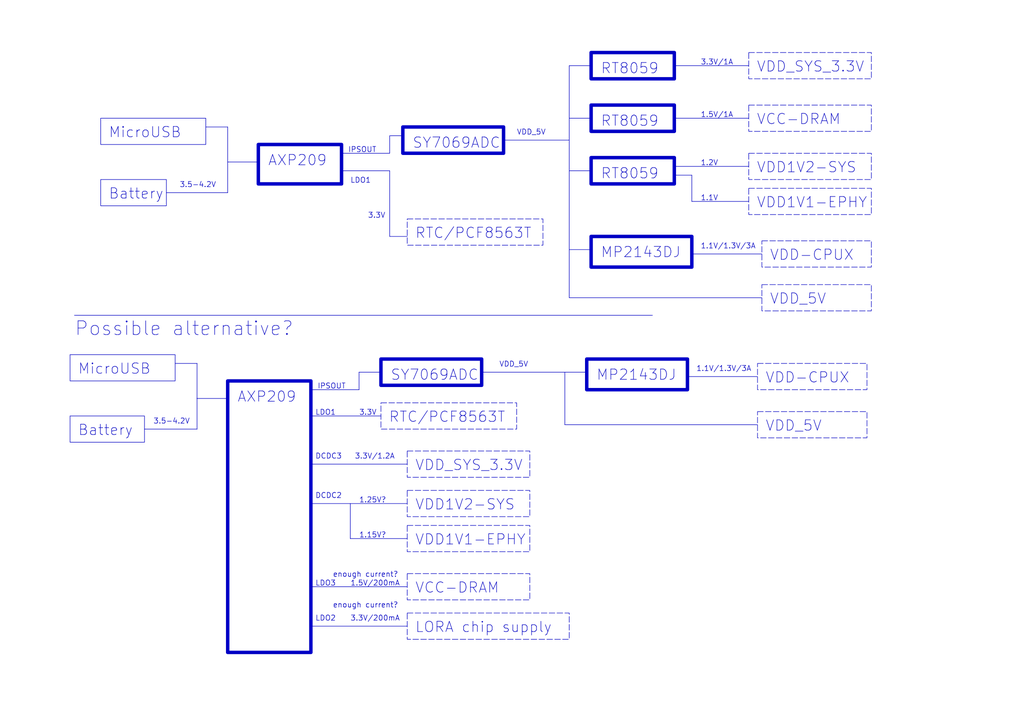
<source format=kicad_sch>
(kicad_sch (version 20230121) (generator eeschema)
  (paper "A4")
  (lib_symbols)
  (polyline (pts (xy 118.11 156.21) (xy 101.6 156.21)))
  (polyline (pts (xy 165.1 19.05) (xy 171.45 19.05)))
  (polyline (pts (xy 165.1 43.18) (xy 165.1 72.39)))
  (polyline (pts (xy 165.1 72.39) (xy 165.1 86.36)))
  (polyline (pts (xy 163.83 107.95) (xy 163.83 123.19)))
  (polyline (pts (xy 104.14 107.95) (xy 110.49 107.95)))
  (polyline (pts (xy 165.1 49.53) (xy 171.45 49.53)))
  (polyline (pts (xy 90.17 113.03) (xy 104.14 113.03)))
  (polyline (pts (xy 104.14 113.03) (xy 104.14 107.95)))
  (polyline (pts (xy 66.04 55.88) (xy 48.26 55.88)))
  (polyline (pts (xy 50.8 105.41) (xy 57.15 105.41)))
  (polyline (pts (xy 57.15 124.46) (xy 41.91 124.46)))
  (polyline (pts (xy 99.06 49.53) (xy 113.03 49.53)))
  (polyline (pts (xy 90.17 134.62) (xy 118.11 134.62)))
  (polyline (pts (xy 90.17 120.65) (xy 110.49 120.65)))
  (polyline (pts (xy 139.7 107.95) (xy 170.18 107.95)))
  (polyline (pts (xy 90.17 181.61) (xy 118.11 181.61)))
  (polyline (pts (xy 165.1 86.36) (xy 220.98 86.36)))
  (polyline (pts (xy 57.15 115.57) (xy 57.15 124.46)))
  (polyline (pts (xy 101.6 146.05) (xy 101.6 156.21)))
  (polyline (pts (xy 195.58 48.26) (xy 217.17 48.26)))
  (polyline (pts (xy 99.06 44.45) (xy 113.03 44.45)))
  (polyline (pts (xy 195.58 34.29) (xy 217.17 34.29)))
  (polyline (pts (xy 113.03 68.58) (xy 118.11 68.58)))
  (polyline (pts (xy 200.66 73.66) (xy 220.98 73.66)))
  (polyline (pts (xy 200.66 50.8) (xy 195.58 50.8)))
  (polyline (pts (xy 217.17 58.42) (xy 200.66 58.42)))
  (polyline (pts (xy 90.17 146.05) (xy 118.11 146.05)))
  (polyline (pts (xy 113.03 39.37) (xy 116.84 39.37)))
  (polyline (pts (xy 200.66 58.42) (xy 200.66 50.8)))
  (polyline (pts (xy 195.58 19.05) (xy 217.17 19.05)))
  (polyline (pts (xy 57.15 105.41) (xy 57.15 115.57)))
  (polyline (pts (xy 57.15 115.57) (xy 66.04 115.57)))
  (polyline (pts (xy 66.04 36.83) (xy 66.04 46.99)))
  (polyline (pts (xy 59.69 36.83) (xy 66.04 36.83)))
  (polyline (pts (xy 163.83 123.19) (xy 219.71 123.19)))
  (polyline (pts (xy 113.03 44.45) (xy 113.03 39.37)))
  (polyline (pts (xy 199.39 109.22) (xy 219.71 109.22)))
  (polyline (pts (xy 21.59 91.44) (xy 189.23 91.44)))
  (polyline (pts (xy 165.1 43.18) (xy 165.1 19.05)))
  (polyline (pts (xy 165.1 34.29) (xy 171.45 34.29)))
  (polyline (pts (xy 90.17 170.18) (xy 118.11 170.18)))
  (polyline (pts (xy 66.04 46.99) (xy 74.93 46.99)))
  (polyline (pts (xy 113.03 49.53) (xy 113.03 68.58)))
  (polyline (pts (xy 146.05 40.64) (xy 165.1 40.64)))
  (polyline (pts (xy 165.1 72.39) (xy 171.45 72.39)))
  (polyline (pts (xy 66.04 46.99) (xy 66.04 55.88)))
  (text_box "VDD1V1-EPHY" (at 118.11 152.4 0) (size 35.56 7.62) (stroke (width 0) (type dash)) (effects (font (size 3 3)) (justify left top)))
  (text_box "VDD-CPUX" (at 219.71 105.41 0) (size 31.75 7.62) (stroke (width 0) (type dash)) (effects (font (size 3 3)) (justify left top)))
  (text_box "VDD-CPUX" (at 220.98 69.85 0) (size 31.75 7.62) (stroke (width 0) (type dash)) (effects (font (size 3 3)) (justify left top)))
  (text_box "MicroUSB" (at 20.32 102.87 0) (size 30.48 7.62) (effects (font (size 3 3)) (justify left top)))
  (text_box "MicroUSB" (at 29.21 34.29 0) (size 30.48 7.62) (effects (font (size 3 3)) (justify left top)))
  (text_box "RTC/PCF8563T" (at 110.49 116.84 0) (size 39.37 7.62) (stroke (width 0) (type dash)) (effects (font (size 3 3)) (justify left top)))
  (text_box "SY7069ADC" (at 110.49 104.14 0) (size 29.21 7.62) (stroke (width 1)) (effects (font (size 3 3)) (justify left top)))
  (text_box "Battery" (at 29.21 52.07 0) (size 19.05 7.62) (effects (font (size 3 3)) (justify left top)))
  (text_box "Battery" (at 20.32 120.65 0) (size 21.59 7.62) (effects (font (size 3 3)) (justify left top)))
  (text_box "RTC/PCF8563T" (at 118.11 63.5 0) (size 39.37 7.62) (stroke (width 0) (type dash)) (effects (font (size 3 3)) (justify left top)))
  (text_box "VDD1V2-SYS" (at 217.17 44.45 0) (size 35.56 7.62) (stroke (width 0) (type dash)) (effects (font (size 3 3)) (justify left top)))
  (text_box "MP2143DJ" (at 170.18 104.14 0) (size 29.21 8.89) (stroke (width 1)) (effects (font (size 3 3)) (justify left top)))
  (text_box "SY7069ADC" (at 116.84 36.83 0) (size 29.21 7.62) (stroke (width 1)) (effects (font (size 3 3)) (justify left top)))
  (text_box "VDD1V2-SYS" (at 118.11 142.24 0) (size 35.56 7.62) (stroke (width 0) (type dash)) (effects (font (size 3 3)) (justify left top)))
  (text_box "RT8059" (at 171.45 45.72 0) (size 24.13 7.62) (stroke (width 1)) (effects (font (size 3 3)) (justify left top)))
  (text_box "VDD_SYS_3.3V" (at 118.11 130.81 0) (size 35.56 7.62) (stroke (width 0) (type dash)) (effects (font (size 3 3)) (justify left top)))
  (text_box "VDD_5V" (at 219.71 119.38 0) (size 31.75 7.62) (stroke (width 0) (type dash)) (effects (font (size 3 3)) (justify left top)))
  (text_box "AXP209" (at 74.93 41.91 0) (size 24.13 11.43) (stroke (width 1)) (effects (font (size 3 3)) (justify left top)))
  (text_box "MP2143DJ" (at 171.45 68.58 0) (size 29.21 8.89) (stroke (width 1)) (effects (font (size 3 3)) (justify left top)))
  (text_box "VCC-DRAM" (at 118.11 166.37 0) (size 35.56 7.62) (stroke (width 0) (type dash)) (effects (font (size 3 3)) (justify left top)))
  (text_box "LORA chip supply" (at 118.11 177.8 0) (size 46.99 7.62) (stroke (width 0) (type dash)) (effects (font (size 3 3)) (justify left top)))
  (text_box "RT8059" (at 171.45 15.24 0) (size 24.13 7.62) (stroke (width 1)) (effects (font (size 3 3)) (justify left top)))
  (text_box "VDD_SYS_3.3V" (at 217.17 15.24 0) (size 35.56 7.62) (stroke (width 0) (type dash)) (effects (font (size 3 3)) (justify left top)))
  (text_box "VDD_5V" (at 220.98 82.55 0) (size 31.75 7.62) (stroke (width 0) (type dash)) (effects (font (size 3 3)) (justify left top)))
  (text_box "AXP209" (at 66.04 110.49 0) (size 24.13 78.74) (stroke (width 1)) (effects (font (size 3 3)) (justify left top)))
  (text_box "RT8059" (at 171.45 30.48 0) (size 24.13 7.62) (stroke (width 1)) (effects (font (size 3 3)) (justify left top)))
  (text_box "VDD1V1-EPHY" (at 217.17 54.61 0) (size 35.56 7.62) (stroke (width 0) (type dash)) (effects (font (size 3 3)) (justify left top)))
  (text_box "VCC-DRAM" (at 217.17 30.48 0) (size 35.56 7.62) (stroke (width 0) (type dash)) (effects (font (size 3 3)) (justify left top)))
  (text "1.5V/1A" (at 203.2 34.29 0) (effects (font (size 1.524 1.524)) (justify left bottom)))
  (text "3.5-4.2V" (at 44.45 123.19 0) (effects (font (size 1.524 1.524)) (justify left bottom)))
  (text "DCDC3" (at 91.44 133.35 0) (effects (font (size 1.524 1.524)) (justify left bottom)))
  (text "1.1V/1.3V/3A" (at 203.2 72.39 0) (effects (font (size 1.524 1.524)) (justify left bottom)))
  (text "Possible alternative?" (at 21.59 97.79 0) (effects (font (size 4 4)) (justify left bottom)))
  (text "3.3V/1.2A" (at 102.87 133.35 0) (effects (font (size 1.524 1.524)) (justify left bottom)))
  (text "1.5V/200mA" (at 101.6 170.18 0) (effects (font (size 1.524 1.524)) (justify left bottom)))
  (text "1.25V?" (at 104.14 146.05 0) (effects (font (size 1.524 1.524)) (justify left bottom)))
  (text "IPSOUT" (at 109.22 44.45 0) (effects (font (size 1.524 1.524)) (justify right bottom)))
  (text "3.5-4.2V" (at 52.07 54.61 0) (effects (font (size 1.524 1.524)) (justify left bottom)))
  (text "LDO2" (at 91.44 180.34 0) (effects (font (size 1.524 1.524)) (justify left bottom)))
  (text "3.3V/1A" (at 203.2 19.05 0) (effects (font (size 1.524 1.524)) (justify left bottom)))
  (text "3.3V/200mA" (at 101.6 180.34 0) (effects (font (size 1.524 1.524)) (justify left bottom)))
  (text "1.2V" (at 203.2 48.26 0) (effects (font (size 1.524 1.524)) (justify left bottom)))
  (text "1.15V?" (at 104.14 156.21 0) (effects (font (size 1.524 1.524)) (justify left bottom)))
  (text "DCDC2" (at 91.44 144.78 0) (effects (font (size 1.524 1.524)) (justify left bottom)))
  (text "VDD_5V" (at 144.78 106.68 0) (effects (font (size 1.524 1.524)) (justify left bottom)))
  (text "LDO1" (at 91.44 120.65 0) (effects (font (size 1.524 1.524)) (justify left bottom)))
  (text "IPSOUT" (at 100.33 113.03 0) (effects (font (size 1.524 1.524)) (justify right bottom)))
  (text "LDO3" (at 91.44 170.18 0) (effects (font (size 1.524 1.524)) (justify left bottom)))
  (text "3.3V" (at 106.68 63.5 0) (effects (font (size 1.524 1.524)) (justify left bottom)))
  (text "3.3V" (at 104.14 120.65 0) (effects (font (size 1.524 1.524)) (justify left bottom)))
  (text "LDO1" (at 101.6 53.34 0) (effects (font (size 1.524 1.524)) (justify left bottom)))
  (text "1.1V/1.3V/3A" (at 201.93 107.95 0) (effects (font (size 1.524 1.524)) (justify left bottom)))
  (text "1.1V" (at 203.2 58.42 0) (effects (font (size 1.524 1.524)) (justify left bottom)))
  (text "VDD_5V" (at 149.86 39.37 0) (effects (font (size 1.524 1.524)) (justify left bottom)))
  (text "enough current?" (at 96.52 167.64 0) (effects (font (size 1.524 1.524)) (justify left bottom)))
  (text "enough current?" (at 96.52 176.53 0) (effects (font (size 1.524 1.524)) (justify left bottom)))
)
</source>
